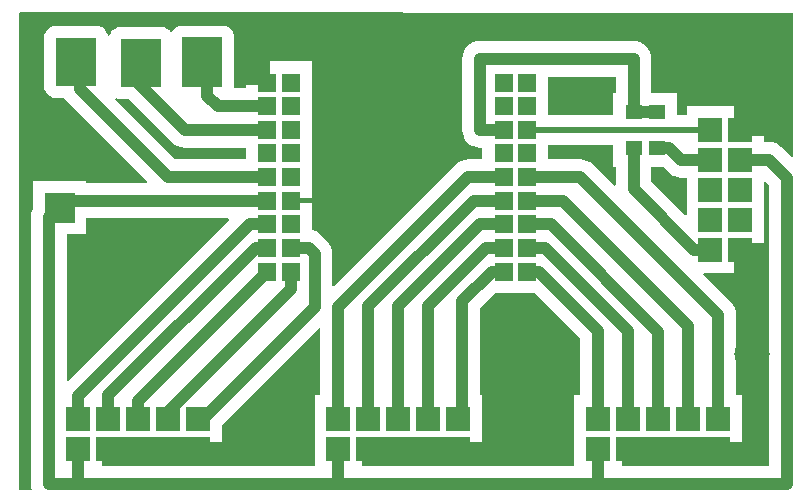
<source format=gbl>
G04 Layer_Physical_Order=2*
G04 Layer_Color=16711680*
%FSAX44Y44*%
%MOMM*%
G71*
G01*
G75*
%ADD12R,2.5000X2.5000*%
%ADD13R,2.0000X2.0000*%
%ADD14R,2.0000X2.0000*%
%ADD15R,1.6000X1.6000*%
%ADD16C,3.0000*%
%ADD17R,1.4000X1.2000*%
%ADD18C,1.0000*%
%ADD19C,0.5000*%
%ADD20R,3.4000X4.1000*%
%ADD21R,3.4000X4.2000*%
%ADD22R,9.5000X2.0000*%
%ADD23R,9.5000X2.0000*%
G36*
X01164927Y00592957D02*
Y00355073D01*
X01040000D01*
Y00375400D01*
X01141600D01*
Y00415400D01*
X01136673D01*
Y00483400D01*
X01136383Y00486340D01*
X01135525Y00489168D01*
X01134132Y00491774D01*
X01132258Y00494058D01*
X01132258Y00494058D01*
X01109089Y00517227D01*
X01109575Y00518400D01*
X01135000D01*
Y00543800D01*
X01160400D01*
Y00569200D01*
Y00595825D01*
X01161573Y00596311D01*
X01164927Y00592957D01*
D02*
G37*
G36*
X00707438Y00563754D02*
X00571246Y00427562D01*
X00570073Y00428048D01*
Y00551500D01*
X00586500D01*
Y00564927D01*
X00706952D01*
X00707438Y00563754D01*
D02*
G37*
G36*
X00784927Y00471952D02*
Y00415400D01*
X00780000D01*
Y00375400D01*
Y00355073D01*
X00600000D01*
Y00375400D01*
X00701600D01*
Y00390284D01*
X00783754Y00472438D01*
X00784927Y00471952D01*
D02*
G37*
G36*
X01004927Y00463757D02*
Y00415400D01*
X01000000D01*
Y00375400D01*
Y00355073D01*
X00820000D01*
Y00375400D01*
X00921600D01*
Y00415400D01*
X00920073D01*
Y00488757D01*
X00933316Y00502000D01*
X00966684D01*
X01004927Y00463757D01*
D02*
G37*
G36*
X01079742Y00603942D02*
X01082026Y00602068D01*
X01084632Y00600675D01*
X01087459Y00599817D01*
X01090400Y00599527D01*
X01095000D01*
Y00594600D01*
Y00567975D01*
X01093827Y00567489D01*
X01065072Y00596243D01*
Y00608760D01*
X01074924D01*
X01079742Y00603942D01*
D02*
G37*
G36*
X01185000Y00739000D02*
Y00617175D01*
X01183827Y00616689D01*
X01175258Y00625258D01*
X01172974Y00627132D01*
X01170368Y00628525D01*
X01167541Y00629383D01*
X01164600Y00629673D01*
X01160400D01*
Y00634600D01*
X01135000D01*
Y00660000D01*
X01095000D01*
Y00652608D01*
X01087000D01*
Y00671240D01*
X01065072D01*
Y00700000D01*
X01064783Y00702940D01*
X01063925Y00705768D01*
X01062532Y00708374D01*
X01060658Y00710658D01*
X01060658Y00710658D01*
X01058374Y00712532D01*
X01055768Y00713925D01*
X01052940Y00714783D01*
X01050000Y00715073D01*
X00920000D01*
X00917059Y00714783D01*
X00914232Y00713925D01*
X00911626Y00712532D01*
X00909342Y00710658D01*
X00907468Y00708374D01*
X00906075Y00705768D01*
X00905217Y00702941D01*
X00904927Y00700000D01*
Y00640000D01*
X00905217Y00637060D01*
X00906075Y00634232D01*
X00907468Y00631626D01*
X00909342Y00629342D01*
X00911626Y00627468D01*
X00914232Y00626075D01*
X00917059Y00625217D01*
X00920000Y00624927D01*
X00922000D01*
Y00615073D01*
X00910000D01*
X00907059Y00614783D01*
X00904232Y00613925D01*
X00901626Y00612532D01*
X00899342Y00610658D01*
X00796246Y00507562D01*
X00795073Y00508048D01*
Y00535000D01*
X00794783Y00537940D01*
X00793925Y00540768D01*
X00792532Y00543374D01*
X00790658Y00545658D01*
X00785658Y00550658D01*
X00783374Y00552532D01*
X00780768Y00553925D01*
X00778000Y00554765D01*
Y00558000D01*
Y00578000D01*
X00758000D01*
Y00582000D01*
X00778000D01*
Y00602000D01*
Y00622000D01*
Y00642000D01*
Y00662000D01*
Y00698000D01*
X00742000D01*
Y00678000D01*
X00722000D01*
Y00675073D01*
X00712900D01*
X00712086Y00676000D01*
Y00718000D01*
X00711743Y00720611D01*
X00710735Y00723043D01*
X00709132Y00725132D01*
X00707043Y00726735D01*
X00704611Y00727743D01*
X00702000Y00728086D01*
X00668000D01*
X00665389Y00727743D01*
X00662957Y00726735D01*
X00660868Y00725132D01*
X00659417Y00723241D01*
X00658592Y00723076D01*
X00657917Y00723109D01*
X00657132Y00724132D01*
X00655043Y00725735D01*
X00652611Y00726743D01*
X00650000Y00727086D01*
X00616000D01*
X00613390Y00726743D01*
X00610957Y00725735D01*
X00608868Y00724132D01*
X00607265Y00722043D01*
X00606257Y00719611D01*
X00606206Y00719222D01*
X00604925D01*
X00604743Y00720611D01*
X00603735Y00723043D01*
X00602132Y00725132D01*
X00600043Y00726735D01*
X00597611Y00727743D01*
X00595000Y00728086D01*
X00561000D01*
X00558389Y00727743D01*
X00555957Y00726735D01*
X00553868Y00725132D01*
X00552265Y00723043D01*
X00551257Y00720611D01*
X00550914Y00718000D01*
Y00677000D01*
X00551257Y00674389D01*
X00552265Y00671957D01*
X00553868Y00669868D01*
X00555957Y00668265D01*
X00558389Y00667257D01*
X00561000Y00666914D01*
X00568170D01*
X00568468Y00666356D01*
X00570342Y00664072D01*
X00638168Y00596246D01*
X00637682Y00595073D01*
X00586500D01*
Y00596500D01*
X00541500D01*
Y00572564D01*
X00541075Y00571768D01*
X00540217Y00568941D01*
X00539927Y00566000D01*
Y00340000D01*
X00540217Y00337060D01*
X00540532Y00336020D01*
X00539776Y00335000D01*
X00530000D01*
Y00739101D01*
X00530899Y00739999D01*
X01185000Y00739000D01*
D02*
G37*
G36*
X01034927Y00671240D02*
X01033000D01*
Y00652608D01*
X00978000D01*
Y00678000D01*
X00978000D01*
Y00684927D01*
X01034927D01*
Y00671240D01*
D02*
G37*
G36*
X01033000Y00608760D02*
X01034927D01*
Y00593048D01*
X01033754Y00592562D01*
X01015658Y00610658D01*
X01013374Y00612532D01*
X01010768Y00613925D01*
X01007941Y00614783D01*
X01005000Y00615073D01*
X00978000D01*
Y00627392D01*
X01033000D01*
Y00608760D01*
D02*
G37*
G36*
X00613390Y00666257D02*
X00616000Y00665914D01*
X00622771D01*
X00659342Y00629342D01*
X00661626Y00627468D01*
X00664232Y00626075D01*
X00667059Y00625217D01*
X00670000Y00624927D01*
X00722000D01*
Y00615073D01*
X00661973D01*
X00611296Y00665750D01*
X00612015Y00666827D01*
X00613390Y00666257D01*
D02*
G37*
D12*
X00564000Y00574000D02*
D03*
Y00624000D02*
D03*
D13*
X00580000Y00370000D02*
D03*
X00605400D02*
D03*
X00630800D02*
D03*
X00656200D02*
D03*
X00681600D02*
D03*
Y00395400D02*
D03*
X00656200D02*
D03*
X00630800D02*
D03*
X00605400D02*
D03*
X00580000D02*
D03*
X00800000Y00370000D02*
D03*
X00825400D02*
D03*
X00850800D02*
D03*
X00876200D02*
D03*
X00901600D02*
D03*
Y00395400D02*
D03*
X00876200D02*
D03*
X00850800D02*
D03*
X00825400D02*
D03*
X00800000D02*
D03*
X01020000Y00370000D02*
D03*
X01045400D02*
D03*
X01070800D02*
D03*
X01096200D02*
D03*
X01121600D02*
D03*
Y00395400D02*
D03*
X01096200D02*
D03*
X01070800D02*
D03*
X01045400D02*
D03*
X01020000D02*
D03*
D14*
X01115000Y00538400D02*
D03*
X01140400D02*
D03*
Y00563800D02*
D03*
Y00589200D02*
D03*
Y00614600D02*
D03*
Y00640000D02*
D03*
X01115000D02*
D03*
Y00614600D02*
D03*
Y00589200D02*
D03*
Y00563800D02*
D03*
D15*
X00740000Y00520000D02*
D03*
X00760000D02*
D03*
Y00540000D02*
D03*
X00740000D02*
D03*
Y00560000D02*
D03*
Y00580000D02*
D03*
X00760000D02*
D03*
Y00560000D02*
D03*
Y00600000D02*
D03*
X00740000D02*
D03*
Y00620000D02*
D03*
X00760000D02*
D03*
Y00640000D02*
D03*
X00740000D02*
D03*
X00740000Y00660000D02*
D03*
X00760000D02*
D03*
Y00680000D02*
D03*
X00740000D02*
D03*
X00940000Y00520000D02*
D03*
X00960000D02*
D03*
Y00540000D02*
D03*
X00940000D02*
D03*
Y00560000D02*
D03*
Y00580000D02*
D03*
X00960000D02*
D03*
Y00560000D02*
D03*
X00960000Y00600000D02*
D03*
X00940000D02*
D03*
Y00620000D02*
D03*
X00960000D02*
D03*
Y00640000D02*
D03*
Y00660000D02*
D03*
X00940000D02*
D03*
X00940000Y00640000D02*
D03*
X00940000Y00680000D02*
D03*
X00960000D02*
D03*
D16*
X00610000Y00520000D02*
D03*
X00600000Y00610000D02*
D03*
X00740000Y00385000D02*
D03*
X00963000D02*
D03*
X01150000Y00450000D02*
D03*
D17*
X01050000Y00624760D02*
D03*
X01070000D02*
D03*
Y00655240D02*
D03*
X01050000D02*
D03*
D18*
X00555000Y00340000D02*
Y00566000D01*
X00569000Y00580000D01*
X00740000D01*
Y00560000D02*
X00725000D01*
X00580000Y00415000D01*
Y00395400D01*
Y00370000D02*
Y00340000D01*
X00800000D01*
Y00370000D01*
Y00340000D02*
X01020000D01*
X01180000D01*
Y00599200D01*
X01164600Y00614600D01*
X01140400D01*
X01115000D02*
X01090400D01*
X01080240Y00624760D01*
X01070000D01*
Y00655240D02*
X01050000D01*
Y00700000D01*
X01050000Y00700000D01*
X00920000D01*
Y00640000D01*
X00940000D01*
Y00600000D02*
X00910000D01*
X00800000Y00490000D01*
Y00395400D01*
X00825400D02*
Y00490400D01*
X00915000Y00580000D01*
X00940000D01*
X00960000D02*
X00990000D01*
X01096200Y00473800D01*
Y00395400D01*
X01121600D02*
Y00483400D01*
X01005000Y00600000D01*
X00960000D01*
X00960000Y00560000D02*
X00980000D01*
X01070800Y00469200D01*
Y00395400D01*
X01045400D02*
Y00469600D01*
X00975000Y00540000D01*
X00965000D01*
X00960000Y00520000D02*
X00970000D01*
X01020000Y00470000D01*
Y00395400D01*
Y00370000D02*
Y00340000D01*
X00901600Y00395400D02*
X00905000Y00398800D01*
Y00495000D01*
X00930000Y00520000D01*
X00940000D01*
X00935000Y00540000D02*
X00925000D01*
X00876200Y00491200D01*
Y00395400D01*
X00850800D02*
Y00490800D01*
X00920000Y00560000D01*
X00940000D01*
X01050000Y00590000D02*
X01101600Y00538400D01*
X01115000D01*
X01050000Y00590000D02*
Y00624760D01*
X00775000Y00540000D02*
X00780000Y00535000D01*
Y00490000D01*
X00685400Y00395400D01*
X00681600D01*
X00656200D02*
Y00401200D01*
X00760000Y00505000D01*
Y00520000D01*
X00740000D02*
X00630800Y00410800D01*
Y00395400D01*
X00605400Y00415400D02*
X00730000Y00540000D01*
X00740000D01*
X00760000D02*
X00775000D01*
X00740000Y00600000D02*
X00655730D01*
X00581000Y00674730D01*
Y00682000D01*
X00622000D02*
X00628000D01*
X00670000Y00640000D01*
X00740000D01*
X00740000Y00660000D02*
X00698000D01*
X00689000Y00669000D01*
Y00681000D01*
X00605400Y00415400D02*
Y00395400D01*
X00580000Y00340000D02*
X00555000D01*
D19*
X00960000Y00640000D02*
X01115000D01*
D20*
X00633000Y00696500D02*
D03*
X00578000Y00697500D02*
D03*
D21*
X00685000Y00697000D02*
D03*
D22*
X00642500Y00370000D02*
D03*
D23*
X00862500Y00370000D02*
D03*
X01082500D02*
D03*
M02*

</source>
